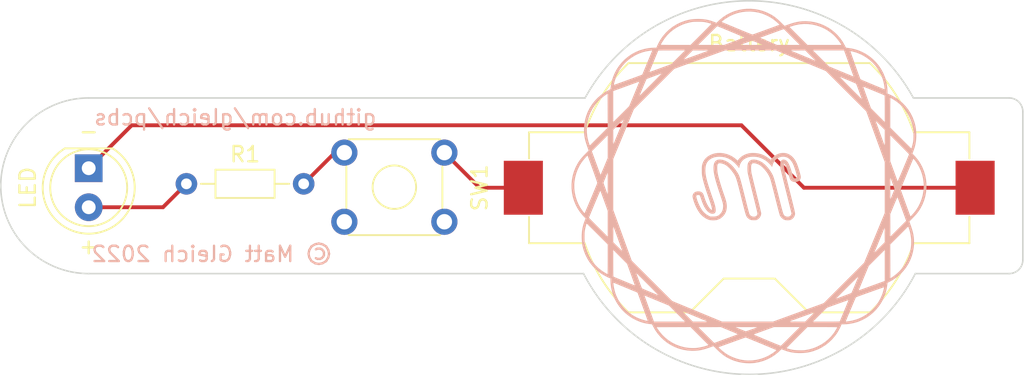
<source format=kicad_pcb>
(kicad_pcb (version 20211014) (generator pcbnew)
  (layers (0 "F.Cu" signal) (31 "B.Cu" signal) (34 "B.Paste" user) (35 "F.Paste" user) (36 "B.SilkS" user "B.Silkscreen") (37 "F.SilkS" user "F.Silkscreen") (38 "B.Mask" user) (39 "F.Mask" user) (44 "Edge.Cuts" user))
  (net 0 "")
  (net 1 "/bat_pos")
  (net 2 "/LED_cathode")
  (net 3 "/LED_anode")
  (net 4 "Net-(R1-Pad2)")
  (footprint "Resistor_THT:R_Axial_DIN0204_L3.6mm_D1.6mm_P7.62mm_Horizontal" (layer "F.Cu") (at 131.064 75.946)
    (fp_text reference "R1" (at 3.81 -1.92) (layer "F.SilkS"))
    (fp_text value "R")
    (pad "1" thru_hole circle (at 0 0) (size 1.4 1.4) (drill 0.7) (layers *.Cu *.Mask) (net 3 "/LED_anode"))
    (pad "2" thru_hole oval (at 7.62 0) (size 1.4 1.4) (drill 0.7) (layers *.Cu *.Mask) (net 4 "Net-(R1-Pad2)"))
  )
  (footprint "Button_Switch_THT:SW_TH_Tactile_Omron_B3F-10xx" (layer "F.Cu") (at 141.328 73.914)
    (fp_text reference "SW1" (at 8.786 2.286 90) (layer "F.SilkS"))
    (fp_text value "SW_DPST_x2")
    (pad "1" thru_hole circle (at 0 0) (size 1.7 1.7) (drill 1) (layers *.Cu *.Mask) (net 4 "Net-(R1-Pad2)"))
    (pad "2" thru_hole circle (at 6.5 0) (size 1.7 1.7) (drill 1) (layers *.Cu *.Mask) (net 1 "/bat_pos"))
    (pad "3" thru_hole circle (at 0 4.5) (size 1.7 1.7) (drill 1) (layers *.Cu *.Mask))
    (pad "4" thru_hole circle (at 6.5 4.5) (size 1.7 1.7) (drill 1) (layers *.Cu *.Mask))
  )
  (footprint "Battery:BatteryHolder_Keystone_1058_1x2032" (layer "F.Cu") (at 167.64 76.2)
    (fp_text reference "BT1")
    (fp_text value "Battery" (at 0 -9.398) (layer "F.SilkS"))
    (pad "1" smd rect (at -14.68 0) (size 2.54 3.51) (layers "F.Cu" "F.Paste" "F.Mask") (net 1 "/bat_pos"))
    (pad "2" smd rect (at 14.68 0) (size 2.54 3.51) (layers "F.Cu" "F.Paste" "F.Mask") (net 2 "/LED_cathode"))
  )
  (footprint "LED_THT:LED_D5.0mm" (layer "F.Cu") (at 124.714 74.93 -90)
    (fp_text reference "D1")
    (fp_text value "LED" (at 1.27 3.96 90) (layer "F.SilkS"))
    (pad "1" thru_hole rect (at 0 0 270) (size 1.8 1.8) (drill 0.9) (layers *.Cu *.Mask) (net 2 "/LED_cathode"))
    (pad "2" thru_hole circle (at 2.54 0 270) (size 1.8 1.8) (drill 0.9) (layers *.Cu *.Mask) (net 3 "/LED_anode"))
  )
  (footprint "logo:logo" (layer "B.Cu") (at 167.64 76.073 180)
    (fp_text reference "logo")
    (fp_text value "LOGO" hide)
  )
  (gr_line (start 184.531 81.788) (end 178.435 81.788) (layer "Edge.Cuts") (width 0.1))
  (gr_line (start 124.714 81.788) (end 156.872217 81.788) (layer "Edge.Cuts") (width 0.1))
  (gr_line (start 184.531 70.358) (end 178.308 70.358) (layer "Edge.Cuts") (width 0.1))
  (gr_arc (start 185.42 80.899) (mid 185.159618 81.527618) (end 184.531 81.788) (layer "Edge.Cuts") (width 0.1))
  (gr_line (start 185.42 80.899) (end 185.42 71.247) (layer "Edge.Cuts") (width 0.1))
  (gr_arc (start 178.435 81.788) (mid 167.653609 88.347285) (end 156.872217 81.788) (layer "Edge.Cuts") (width 0.1))
  (gr_arc (start 124.714 81.788) (mid 118.999 76.073) (end 124.714 70.358) (layer "Edge.Cuts") (width 0.1))
  (gr_line (start 156.972 70.358) (end 124.714 70.358) (layer "Edge.Cuts") (width 0.1))
  (gr_arc (start 156.972 70.358) (mid 167.64 64.037139) (end 178.308 70.358) (layer "Edge.Cuts") (width 0.1))
  (gr_arc (start 184.531 70.358) (mid 185.159618 70.618382) (end 185.42 71.247) (layer "Edge.Cuts") (width 0.1))
  (gr_text "github.com/gleich/pcbs" (at 134.239 71.628) (layer "B.SilkS") (effects (font (size 1 1)) (justify mirror)))
  (gr_text "© Matt Gleich 2022" (at 132.715 80.518) (layer "B.SilkS") (effects (font (size 1 1)) (justify mirror)))
  (gr_text "+" (at 124.713538 80.01) (layer "F.SilkS") (effects (font (size 1 1))))
  (gr_text "-" (at 124.714 72.517) (layer "F.SilkS") (effects (font (size 1 1))))
  (segment (start 150.114 76.2) (end 152.96 76.2) (width 0.25) (layer "F.Cu") (net 1))
  (segment (start 147.828 73.914) (end 150.114 76.2) (width 0.25) (layer "F.Cu") (net 1))
  (segment (start 171.196 76.2) (end 182.32 76.2) (width 0.25) (layer "F.Cu") (net 2))
  (segment (start 167.132 72.136) (end 171.196 76.2) (width 0.25) (layer "F.Cu") (net 2))
  (segment (start 127.508 72.136) (end 167.132 72.136) (width 0.25) (layer "F.Cu") (net 2))
  (segment (start 124.714 74.93) (end 127.508 72.136) (width 0.25) (layer "F.Cu") (net 2))
  (segment (start 124.714 77.47) (end 129.54 77.47) (width 0.25) (layer "F.Cu") (net 3))
  (segment (start 129.54 77.47) (end 131.064 75.946) (width 0.25) (layer "F.Cu") (net 3))
  (segment (start 140.716 73.914) (end 141.328 73.914) (width 0.25) (layer "F.Cu") (net 4))
  (segment (start 138.684 75.946) (end 140.716 73.914) (width 0.25) (layer "F.Cu") (net 4))
)
</source>
